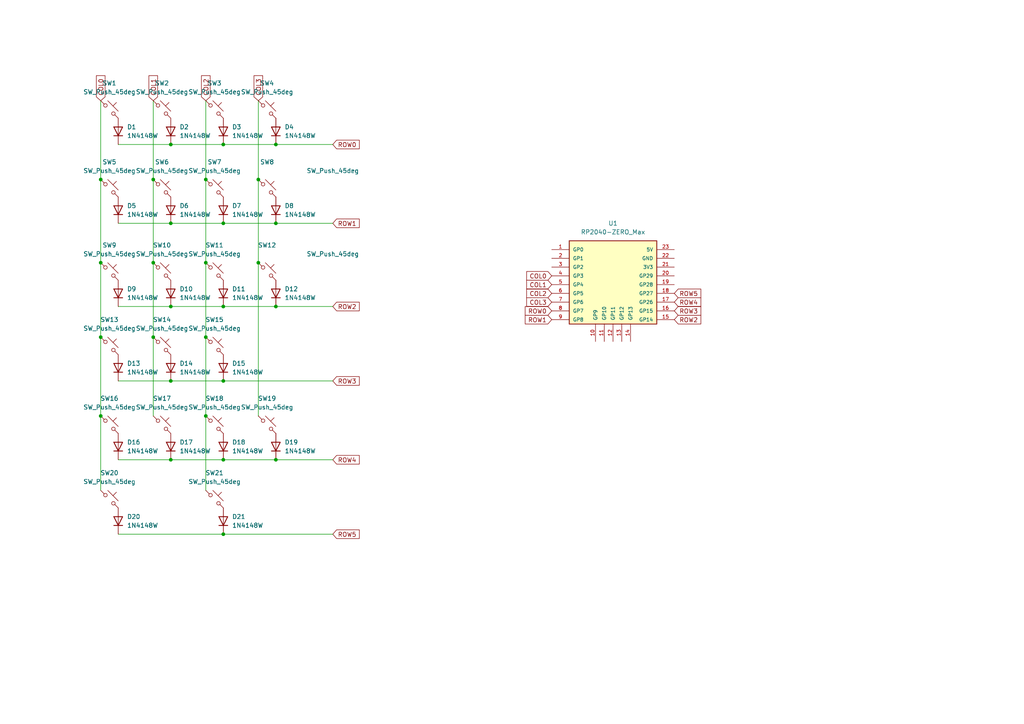
<source format=kicad_sch>
(kicad_sch (version 20231120) (generator "eeschema") (generator_version "8.0")
  (paper "A4")
  (lib_symbols
    (symbol "Diode:1N4148W" (pin_numbers hide) (pin_names hide)
      (property "Reference" "D" (at 0 2.54 0))
      (property "Value" "1N4148W" (at 0 -2.54 0))
      (symbol "1N4148W_0_1"
        (polyline (pts (xy -1.27 1.27) (xy -1.27 -1.27)) (stroke (width 0.254)))
        (polyline (pts (xy 1.27 0) (xy -1.27 0)))
        (polyline (pts (xy 1.27 1.27) (xy 1.27 -1.27) (xy -1.27 0) (xy 1.27 1.27)) (stroke (width 0.254)))
      )
      (symbol "1N4148W_1_1"
        (pin passive line (at -3.81 0 0) (length 2.54) (name "K") (number "1"))
        (pin passive line (at 3.81 0 180) (length 2.54) (name "A") (number "2"))
      )
    )
    (symbol "RP2040-ZERO:RP2040-ZERO_Max" (pin_names (offset 1.016))
      (property "Reference" "U" (at -12.7 21.082 0))
      (property "Value" "RP2040-ZERO_Max" (at -6.096 21.082 0))
      (symbol "RP2040-ZERO_Max_0_0"
        (rectangle (start -12.7 20.32) (end 12.7 -3.81) (stroke (width 0.254)) (fill (type background)))
        (pin bidirectional line (at 17.78 17.78 180) (length 5.08) (name "GP0") (number "1"))
        (pin bidirectional line (at 5.08 -8.89 90) (length 5.08) (name "GP9") (number "10"))
        (pin bidirectional line (at 2.54 -8.89 90) (length 5.08) (name "GP10") (number "11"))
        (pin bidirectional line (at 0 -8.89 90) (length 5.08) (name "GP11") (number "12"))
        (pin bidirectional line (at -2.54 -8.89 90) (length 5.08) (name "GP12") (number "13"))
        (pin bidirectional line (at -5.08 -8.89 90) (length 5.08) (name "GP13") (number "14"))
        (pin bidirectional line (at -17.78 -2.54 0) (length 5.08) (name "GP14") (number "15"))
        (pin bidirectional line (at -17.78 0 0) (length 5.08) (name "GP15") (number "16"))
        (pin bidirectional line (at -17.78 2.54 0) (length 5.08) (name "GP26") (number "17"))
        (pin bidirectional line (at -17.78 5.08 0) (length 5.08) (name "GP27") (number "18"))
        (pin bidirectional line (at -17.78 7.62 0) (length 5.08) (name "GP28") (number "19"))
        (pin bidirectional line (at 17.78 15.24 180) (length 5.08) (name "GP1") (number "2"))
        (pin bidirectional line (at -17.78 10.16 0) (length 5.08) (name "GP29") (number "20"))
        (pin power_in line (at -17.78 12.7 0) (length 5.08) (name "3V3") (number "21"))
        (pin power_in line (at -17.78 15.24 0) (length 5.08) (name "GND") (number "22"))
        (pin power_in line (at -17.78 17.78 0) (length 5.08) (name "5V") (number "23"))
        (pin bidirectional line (at 17.78 12.7 180) (length 5.08) (name "GP2") (number "3"))
        (pin bidirectional line (at 17.78 10.16 180) (length 5.08) (name "GP3") (number "4"))
        (pin bidirectional line (at 17.78 7.62 180) (length 5.08) (name "GP4") (number "5"))
        (pin bidirectional line (at 17.78 5.08 180) (length 5.08) (name "GP5") (number "6"))
        (pin bidirectional line (at 17.78 2.54 180) (length 5.08) (name "GP6") (number "7"))
        (pin bidirectional line (at 17.78 0 180) (length 5.08) (name "GP7") (number "8"))
        (pin bidirectional line (at 17.78 -2.54 180) (length 5.08) (name "GP8") (number "9"))
      )
    )
    (symbol "Switch:SW_Push_45deg" (pin_numbers hide) (pin_names (offset 1.016) hide)
      (property "Reference" "SW" (at 3.048 1.016 0))
      (property "Value" "SW_Push_45deg" (at 0 -3.81 0))
      (symbol "SW_Push_45deg_0_1"
        (circle (center -1.1684 1.1684) (radius 0.508))
        (polyline (pts (xy -0.508 2.54) (xy 2.54 -0.508)))
        (polyline (pts (xy 1.016 1.016) (xy 2.032 2.032)))
        (polyline (pts (xy -2.54 2.54) (xy -1.524 1.524) (xy -1.524 1.524)))
        (polyline (pts (xy 1.524 -1.524) (xy 2.54 -2.54) (xy 2.54 -2.54) (xy 2.54 -2.54)))
        (circle (center 1.143 -1.1938) (radius 0.508))
        (pin passive line (at -2.54 2.54 0) (length 0) (name "1") (number "1"))
        (pin passive line (at 2.54 -2.54 180) (length 0) (name "2") (number "2"))
      )
    )
  )
  (junction (at 49.53 133.35))
  (junction (at 74.93 76.2))
  (junction (at 29.21 76.2))
  (junction (at 44.45 52.07))
  (junction (at 74.93 52.07))
  (junction (at 59.69 120.65))
  (junction (at 80.01 133.35))
  (junction (at 44.45 76.2))
  (junction (at 64.77 64.77))
  (junction (at 44.45 97.79))
  (junction (at 29.21 97.79))
  (junction (at 29.21 120.65))
  (junction (at 64.77 133.35))
  (junction (at 80.01 88.9))
  (junction (at 80.01 64.77))
  (junction (at 64.77 154.94))
  (junction (at 64.77 88.9))
  (junction (at 59.69 52.07))
  (junction (at 59.69 97.79))
  (junction (at 49.53 41.91))
  (junction (at 64.77 110.49))
  (junction (at 29.21 52.07))
  (junction (at 49.53 110.49))
  (junction (at 80.01 41.91))
  (junction (at 49.53 88.9))
  (junction (at 64.77 41.91))
  (junction (at 59.69 76.2))
  (junction (at 49.53 64.77))
  (wire (pts (xy 64.77 41.91) (xy 80.01 41.91)))
  (wire (pts (xy 29.21 97.79) (xy 29.21 120.65)))
  (wire (pts (xy 74.93 52.07) (xy 74.93 76.2)))
  (wire (pts (xy 74.93 76.2) (xy 74.93 120.65)))
  (wire (pts (xy 80.01 88.9) (xy 96.52 88.9)))
  (wire (pts (xy 59.69 120.65) (xy 59.69 142.24)))
  (wire (pts (xy 59.69 76.2) (xy 59.69 97.79)))
  (wire (pts (xy 80.01 41.91) (xy 96.52 41.91)))
  (wire (pts (xy 34.29 41.91) (xy 49.53 41.91)))
  (wire (pts (xy 34.29 154.94) (xy 64.77 154.94)))
  (wire (pts (xy 34.29 110.49) (xy 49.53 110.49)))
  (wire (pts (xy 64.77 154.94) (xy 96.52 154.94)))
  (wire (pts (xy 64.77 133.35) (xy 80.01 133.35)))
  (wire (pts (xy 59.69 29.21) (xy 59.69 52.07)))
  (wire (pts (xy 64.77 64.77) (xy 80.01 64.77)))
  (wire (pts (xy 29.21 29.21) (xy 29.21 52.07)))
  (wire (pts (xy 34.29 133.35) (xy 49.53 133.35)))
  (wire (pts (xy 49.53 41.91) (xy 64.77 41.91)))
  (wire (pts (xy 44.45 76.2) (xy 44.45 97.79)))
  (wire (pts (xy 29.21 52.07) (xy 29.21 76.2)))
  (wire (pts (xy 49.53 133.35) (xy 64.77 133.35)))
  (wire (pts (xy 44.45 97.79) (xy 44.45 120.65)))
  (wire (pts (xy 64.77 110.49) (xy 96.52 110.49)))
  (wire (pts (xy 80.01 133.35) (xy 96.52 133.35)))
  (wire (pts (xy 59.69 97.79) (xy 59.69 120.65)))
  (wire (pts (xy 49.53 110.49) (xy 64.77 110.49)))
  (wire (pts (xy 49.53 88.9) (xy 64.77 88.9)))
  (wire (pts (xy 44.45 29.21) (xy 44.45 52.07)))
  (wire (pts (xy 44.45 52.07) (xy 44.45 76.2)))
  (wire (pts (xy 64.77 88.9) (xy 80.01 88.9)))
  (wire (pts (xy 29.21 120.65) (xy 29.21 142.24)))
  (wire (pts (xy 80.01 64.77) (xy 96.52 64.77)))
  (wire (pts (xy 29.21 76.2) (xy 29.21 97.79)))
  (wire (pts (xy 34.29 88.9) (xy 49.53 88.9)))
  (wire (pts (xy 34.29 64.77) (xy 49.53 64.77)))
  (wire (pts (xy 59.69 52.07) (xy 59.69 76.2)))
  (wire (pts (xy 74.93 29.21) (xy 74.93 52.07)))
  (wire (pts (xy 49.53 64.77) (xy 64.77 64.77)))
  (global_label "ROW4" (shape input) (at 96.52 133.35 0) (property "Intersheetrefs" "${INTERSHEET_REFS}" (effects (hide yes))))
  (global_label "COL3" (shape input) (at 160.02 87.63 180) (property "Intersheetrefs" "${INTERSHEET_REFS}" (effects (hide yes))))
  (global_label "COL0" (shape input) (at 160.02 80.01 180) (property "Intersheetrefs" "${INTERSHEET_REFS}" (effects (hide yes))))
  (global_label "COL3" (shape input) (at 74.93 29.21 90) (property "Intersheetrefs" "${INTERSHEET_REFS}" (effects (hide yes))))
  (global_label "ROW2" (shape input) (at 96.52 88.9 0) (property "Intersheetrefs" "${INTERSHEET_REFS}" (effects (hide yes))))
  (global_label "COL1" (shape input) (at 44.45 29.21 90) (property "Intersheetrefs" "${INTERSHEET_REFS}" (effects (hide yes))))
  (global_label "ROW2" (shape input) (at 195.58 92.71 0) (property "Intersheetrefs" "${INTERSHEET_REFS}" (effects (hide yes))))
  (global_label "ROW0" (shape input) (at 96.52 41.91 0) (property "Intersheetrefs" "${INTERSHEET_REFS}" (effects (hide yes))))
  (global_label "COL2" (shape input) (at 59.69 29.21 90) (property "Intersheetrefs" "${INTERSHEET_REFS}" (effects (hide yes))))
  (global_label "ROW4" (shape input) (at 195.58 87.63 0) (property "Intersheetrefs" "${INTERSHEET_REFS}" (effects (hide yes))))
  (global_label "ROW1" (shape input) (at 96.52 64.77 0) (property "Intersheetrefs" "${INTERSHEET_REFS}" (effects (hide yes))))
  (global_label "ROW5" (shape input) (at 96.52 154.94 0) (property "Intersheetrefs" "${INTERSHEET_REFS}" (effects (hide yes))))
  (global_label "ROW0" (shape input) (at 160.02 90.17 180) (property "Intersheetrefs" "${INTERSHEET_REFS}" (effects (hide yes))))
  (global_label "COL0" (shape input) (at 29.21 29.21 90) (property "Intersheetrefs" "${INTERSHEET_REFS}" (effects (hide yes))))
  (global_label "ROW3" (shape input) (at 96.52 110.49 0) (property "Intersheetrefs" "${INTERSHEET_REFS}" (effects (hide yes))))
  (global_label "ROW3" (shape input) (at 195.58 90.17 0) (property "Intersheetrefs" "${INTERSHEET_REFS}" (effects (hide yes))))
  (global_label "COL1" (shape input) (at 160.02 82.55 180) (property "Intersheetrefs" "${INTERSHEET_REFS}" (effects (hide yes))))
  (global_label "ROW5" (shape input) (at 195.58 85.09 0) (property "Intersheetrefs" "${INTERSHEET_REFS}" (effects (hide yes))))
  (global_label "ROW1" (shape input) (at 160.02 92.71 180) (property "Intersheetrefs" "${INTERSHEET_REFS}" (effects (hide yes))))
  (global_label "COL2" (shape input) (at 160.02 85.09 180) (property "Intersheetrefs" "${INTERSHEET_REFS}" (effects (hide yes))))
  (symbol (lib_id "Switch:SW_Push_45deg") (at 62.23 100.33 0) (unit 1)
    (property "Reference" "SW15" (at 62.23 92.71 0))
    (property "Value" "SW_Push_45deg" (at 62.23 95.25 0))
    (property "Footprint" "MX_Hotswap:MX-Hotswap-1U" (effects (hide yes)))
    (property "Description" "Push button switch, normally open, two pins, 45° tilted" (effects (hide yes)))
  )
  (symbol (lib_id "Diode:1N4148W") (at 49.53 38.1 90) (unit 1)
    (property "Reference" "D2" (at 52.07 36.8299 90) (effects (justify right)))
    (property "Value" "1N4148W" (at 52.07 39.3699 90) (effects (justify right)))
    (property "Footprint" "Diode_SMD:D_SOD-123" (effects (hide yes)))
    (property "Datasheet" "https://www.vishay.com/docs/85748/1n4148w.pdf" (effects (hide yes)))
    (property "Description" "75V 0.15A Fast Switching Diode, SOD-123" (effects (hide yes)))
    (property "Sim.Device" "D" (effects (hide yes)))
    (property "Sim.Pins" "1=K 2=A" (effects (hide yes)))
  )
  (symbol (lib_id "Switch:SW_Push_45deg") (at 46.99 54.61 0) (unit 1)
    (property "Reference" "SW6" (at 46.99 46.99 0))
    (property "Value" "SW_Push_45deg" (at 46.99 49.53 0))
    (property "Footprint" "MX_Hotswap:MX-Hotswap-1U" (effects (hide yes)))
    (property "Description" "Push button switch, normally open, two pins, 45° tilted" (effects (hide yes)))
  )
  (symbol (lib_id "Diode:1N4148W") (at 80.01 85.09 90) (unit 1)
    (property "Reference" "D12" (at 82.55 83.8199 90) (effects (justify right)))
    (property "Value" "1N4148W" (at 82.55 86.3599 90) (effects (justify right)))
    (property "Footprint" "Diode_SMD:D_SOD-123" (effects (hide yes)))
    (property "Datasheet" "https://www.vishay.com/docs/85748/1n4148w.pdf" (effects (hide yes)))
    (property "Description" "75V 0.15A Fast Switching Diode, SOD-123" (effects (hide yes)))
    (property "Sim.Device" "D" (effects (hide yes)))
    (property "Sim.Pins" "1=K 2=A" (effects (hide yes)))
  )
  (symbol (lib_id "Switch:SW_Push_45deg") (at 46.99 100.33 0) (unit 1)
    (property "Reference" "SW14" (at 46.99 92.71 0))
    (property "Value" "SW_Push_45deg" (at 46.99 95.25 0))
    (property "Footprint" "MX_Hotswap:MX-Hotswap-1U" (effects (hide yes)))
    (property "Description" "Push button switch, normally open, two pins, 45° tilted" (effects (hide yes)))
  )
  (symbol (lib_id "Switch:SW_Push_45deg") (at 62.23 144.78 0) (unit 1)
    (property "Reference" "SW21" (at 62.23 137.16 0))
    (property "Value" "SW_Push_45deg" (at 62.23 139.7 0))
    (property "Footprint" "MX_Hotswap:MX-Hotswap-1U" (effects (hide yes)))
    (property "Description" "Push button switch, normally open, two pins, 45° tilted" (effects (hide yes)))
  )
  (symbol (lib_id "Diode:1N4148W") (at 80.01 38.1 90) (unit 1)
    (property "Reference" "D4" (at 82.55 36.8299 90) (effects (justify right)))
    (property "Value" "1N4148W" (at 82.55 39.3699 90) (effects (justify right)))
    (property "Footprint" "Diode_SMD:D_SOD-123" (effects (hide yes)))
    (property "Datasheet" "https://www.vishay.com/docs/85748/1n4148w.pdf" (effects (hide yes)))
    (property "Description" "75V 0.15A Fast Switching Diode, SOD-123" (effects (hide yes)))
    (property "Sim.Device" "D" (effects (hide yes)))
    (property "Sim.Pins" "1=K 2=A" (effects (hide yes)))
  )
  (symbol (lib_id "Diode:1N4148W") (at 34.29 60.96 90) (unit 1)
    (property "Reference" "D5" (at 36.83 59.6899 90) (effects (justify right)))
    (property "Value" "1N4148W" (at 36.83 62.2299 90) (effects (justify right)))
    (property "Footprint" "Diode_SMD:D_SOD-123" (effects (hide yes)))
    (property "Datasheet" "https://www.vishay.com/docs/85748/1n4148w.pdf" (effects (hide yes)))
    (property "Description" "75V 0.15A Fast Switching Diode, SOD-123" (effects (hide yes)))
    (property "Sim.Device" "D" (effects (hide yes)))
    (property "Sim.Pins" "1=K 2=A" (effects (hide yes)))
  )
  (symbol (lib_id "Diode:1N4148W") (at 34.29 85.09 90) (unit 1)
    (property "Reference" "D9" (at 36.83 83.8199 90) (effects (justify right)))
    (property "Value" "1N4148W" (at 36.83 86.3599 90) (effects (justify right)))
    (property "Footprint" "Diode_SMD:D_SOD-123" (effects (hide yes)))
    (property "Datasheet" "https://www.vishay.com/docs/85748/1n4148w.pdf" (effects (hide yes)))
    (property "Description" "75V 0.15A Fast Switching Diode, SOD-123" (effects (hide yes)))
    (property "Sim.Device" "D" (effects (hide yes)))
    (property "Sim.Pins" "1=K 2=A" (effects (hide yes)))
  )
  (symbol (lib_id "Switch:SW_Push_45deg") (at 77.47 123.19 0) (unit 1)
    (property "Reference" "SW19" (at 77.47 115.57 0))
    (property "Value" "SW_Push_45deg" (at 77.47 118.11 0))
    (property "Footprint" "MX_Hotswap:MX-Hotswap-2U-ReversedStabilizers" (effects (hide yes)))
    (property "Description" "Push button switch, normally open, two pins, 45° tilted" (effects (hide yes)))
  )
  (symbol (lib_id "Diode:1N4148W") (at 34.29 129.54 90) (unit 1)
    (property "Reference" "D16" (at 36.83 128.2699 90) (effects (justify right)))
    (property "Value" "1N4148W" (at 36.83 130.8099 90) (effects (justify right)))
    (property "Footprint" "Diode_SMD:D_SOD-123" (effects (hide yes)))
    (property "Datasheet" "https://www.vishay.com/docs/85748/1n4148w.pdf" (effects (hide yes)))
    (property "Description" "75V 0.15A Fast Switching Diode, SOD-123" (effects (hide yes)))
    (property "Sim.Device" "D" (effects (hide yes)))
    (property "Sim.Pins" "1=K 2=A" (effects (hide yes)))
  )
  (symbol (lib_id "Switch:SW_Push_45deg") (at 31.75 78.74 0) (unit 1)
    (property "Reference" "SW9" (at 31.75 71.12 0))
    (property "Value" "SW_Push_45deg" (at 31.75 73.66 0))
    (property "Footprint" "MX_Hotswap:MX-Hotswap-1U" (effects (hide yes)))
    (property "Description" "Push button switch, normally open, two pins, 45° tilted" (effects (hide yes)))
  )
  (symbol (lib_id "Diode:1N4148W") (at 64.77 106.68 90) (unit 1)
    (property "Reference" "D15" (at 67.31 105.4099 90) (effects (justify right)))
    (property "Value" "1N4148W" (at 67.31 107.9499 90) (effects (justify right)))
    (property "Footprint" "Diode_SMD:D_SOD-123" (effects (hide yes)))
    (property "Datasheet" "https://www.vishay.com/docs/85748/1n4148w.pdf" (effects (hide yes)))
    (property "Description" "75V 0.15A Fast Switching Diode, SOD-123" (effects (hide yes)))
    (property "Sim.Device" "D" (effects (hide yes)))
    (property "Sim.Pins" "1=K 2=A" (effects (hide yes)))
  )
  (symbol (lib_id "Diode:1N4148W") (at 64.77 85.09 90) (unit 1)
    (property "Reference" "D11" (at 67.31 83.8199 90) (effects (justify right)))
    (property "Value" "1N4148W" (at 67.31 86.3599 90) (effects (justify right)))
    (property "Footprint" "Diode_SMD:D_SOD-123" (effects (hide yes)))
    (property "Datasheet" "https://www.vishay.com/docs/85748/1n4148w.pdf" (effects (hide yes)))
    (property "Description" "75V 0.15A Fast Switching Diode, SOD-123" (effects (hide yes)))
    (property "Sim.Device" "D" (effects (hide yes)))
    (property "Sim.Pins" "1=K 2=A" (effects (hide yes)))
  )
  (symbol (lib_id "Switch:SW_Push_45deg") (at 77.47 54.61 0) (unit 1)
    (property "Reference" "SW8" (at 77.47 46.99 0))
    (property "Value" "SW_Push_45deg" (at 96.52 49.53 0))
    (property "Footprint" "MX_Hotswap:MX-Hotswap-1U" (effects (hide yes)))
    (property "Description" "Push button switch, normally open, two pins, 45° tilted" (effects (hide yes)))
  )
  (symbol (lib_id "Diode:1N4148W") (at 64.77 38.1 90) (unit 1)
    (property "Reference" "D3" (at 67.31 36.8299 90) (effects (justify right)))
    (property "Value" "1N4148W" (at 67.31 39.3699 90) (effects (justify right)))
    (property "Footprint" "Diode_SMD:D_SOD-123" (effects (hide yes)))
    (property "Datasheet" "https://www.vishay.com/docs/85748/1n4148w.pdf" (effects (hide yes)))
    (property "Description" "75V 0.15A Fast Switching Diode, SOD-123" (effects (hide yes)))
    (property "Sim.Device" "D" (effects (hide yes)))
    (property "Sim.Pins" "1=K 2=A" (effects (hide yes)))
  )
  (symbol (lib_id "RP2040-ZERO:RP2040-ZERO_Max") (at 177.8 90.17 0) (mirror y) (unit 1)
    (property "Reference" "U1" (at 177.8 64.77 0))
    (property "Value" "RP2040-ZERO_Max" (at 177.8 67.31 0))
    (property "Footprint" "RP2040-ZERO:MODULE_RP2040-ZERO" (effects (hide yes)))
  )
  (symbol (lib_id "Switch:SW_Push_45deg") (at 31.75 54.61 0) (unit 1)
    (property "Reference" "SW5" (at 31.75 46.99 0))
    (property "Value" "SW_Push_45deg" (at 31.75 49.53 0))
    (property "Footprint" "MX_Hotswap:MX-Hotswap-1U" (effects (hide yes)))
    (property "Description" "Push button switch, normally open, two pins, 45° tilted" (effects (hide yes)))
  )
  (symbol (lib_id "Diode:1N4148W") (at 34.29 151.13 90) (unit 1)
    (property "Reference" "D20" (at 36.83 149.8599 90) (effects (justify right)))
    (property "Value" "1N4148W" (at 36.83 152.3999 90) (effects (justify right)))
    (property "Footprint" "Diode_SMD:D_SOD-123" (effects (hide yes)))
    (property "Datasheet" "https://www.vishay.com/docs/85748/1n4148w.pdf" (effects (hide yes)))
    (property "Description" "75V 0.15A Fast Switching Diode, SOD-123" (effects (hide yes)))
    (property "Sim.Device" "D" (effects (hide yes)))
    (property "Sim.Pins" "1=K 2=A" (effects (hide yes)))
  )
  (symbol (lib_id "Switch:SW_Push_45deg") (at 46.99 31.75 0) (unit 1)
    (property "Reference" "SW2" (at 46.99 24.13 0))
    (property "Value" "SW_Push_45deg" (at 46.99 26.67 0))
    (property "Footprint" "MX_Hotswap:MX-Hotswap-1U" (effects (hide yes)))
    (property "Description" "Push button switch, normally open, two pins, 45° tilted" (effects (hide yes)))
  )
  (symbol (lib_id "Diode:1N4148W") (at 64.77 60.96 90) (unit 1)
    (property "Reference" "D7" (at 67.31 59.6899 90) (effects (justify right)))
    (property "Value" "1N4148W" (at 67.31 62.2299 90) (effects (justify right)))
    (property "Footprint" "Diode_SMD:D_SOD-123" (effects (hide yes)))
    (property "Datasheet" "https://www.vishay.com/docs/85748/1n4148w.pdf" (effects (hide yes)))
    (property "Description" "75V 0.15A Fast Switching Diode, SOD-123" (effects (hide yes)))
    (property "Sim.Device" "D" (effects (hide yes)))
    (property "Sim.Pins" "1=K 2=A" (effects (hide yes)))
  )
  (symbol (lib_id "Diode:1N4148W") (at 49.53 129.54 90) (unit 1)
    (property "Reference" "D17" (at 52.07 128.2699 90) (effects (justify right)))
    (property "Value" "1N4148W" (at 52.07 130.8099 90) (effects (justify right)))
    (property "Footprint" "Diode_SMD:D_SOD-123" (effects (hide yes)))
    (property "Datasheet" "https://www.vishay.com/docs/85748/1n4148w.pdf" (effects (hide yes)))
    (property "Description" "75V 0.15A Fast Switching Diode, SOD-123" (effects (hide yes)))
    (property "Sim.Device" "D" (effects (hide yes)))
    (property "Sim.Pins" "1=K 2=A" (effects (hide yes)))
  )
  (symbol (lib_id "Diode:1N4148W") (at 34.29 106.68 90) (unit 1)
    (property "Reference" "D13" (at 36.83 105.4099 90) (effects (justify right)))
    (property "Value" "1N4148W" (at 36.83 107.9499 90) (effects (justify right)))
    (property "Footprint" "Diode_SMD:D_SOD-123" (effects (hide yes)))
    (property "Datasheet" "https://www.vishay.com/docs/85748/1n4148w.pdf" (effects (hide yes)))
    (property "Description" "75V 0.15A Fast Switching Diode, SOD-123" (effects (hide yes)))
    (property "Sim.Device" "D" (effects (hide yes)))
    (property "Sim.Pins" "1=K 2=A" (effects (hide yes)))
  )
  (symbol (lib_id "Diode:1N4148W") (at 49.53 106.68 90) (unit 1)
    (property "Reference" "D14" (at 52.07 105.4099 90) (effects (justify right)))
    (property "Value" "1N4148W" (at 52.07 107.9499 90) (effects (justify right)))
    (property "Footprint" "Diode_SMD:D_SOD-123" (effects (hide yes)))
    (property "Datasheet" "https://www.vishay.com/docs/85748/1n4148w.pdf" (effects (hide yes)))
    (property "Description" "75V 0.15A Fast Switching Diode, SOD-123" (effects (hide yes)))
    (property "Sim.Device" "D" (effects (hide yes)))
    (property "Sim.Pins" "1=K 2=A" (effects (hide yes)))
  )
  (symbol (lib_id "Diode:1N4148W") (at 49.53 85.09 90) (unit 1)
    (property "Reference" "D10" (at 52.07 83.8199 90) (effects (justify right)))
    (property "Value" "1N4148W" (at 52.07 86.3599 90) (effects (justify right)))
    (property "Footprint" "Diode_SMD:D_SOD-123" (effects (hide yes)))
    (property "Datasheet" "https://www.vishay.com/docs/85748/1n4148w.pdf" (effects (hide yes)))
    (property "Description" "75V 0.15A Fast Switching Diode, SOD-123" (effects (hide yes)))
    (property "Sim.Device" "D" (effects (hide yes)))
    (property "Sim.Pins" "1=K 2=A" (effects (hide yes)))
  )
  (symbol (lib_id "Diode:1N4148W") (at 34.29 38.1 90) (unit 1)
    (property "Reference" "D1" (at 36.83 36.8299 90) (effects (justify right)))
    (property "Value" "1N4148W" (at 36.83 39.3699 90) (effects (justify right)))
    (property "Footprint" "Diode_SMD:D_SOD-123" (effects (hide yes)))
    (property "Datasheet" "https://www.vishay.com/docs/85748/1n4148w.pdf" (effects (hide yes)))
    (property "Description" "75V 0.15A Fast Switching Diode, SOD-123" (effects (hide yes)))
    (property "Sim.Device" "D" (effects (hide yes)))
    (property "Sim.Pins" "1=K 2=A" (effects (hide yes)))
  )
  (symbol (lib_id "Switch:SW_Push_45deg") (at 31.75 123.19 0) (unit 1)
    (property "Reference" "SW16" (at 31.75 115.57 0))
    (property "Value" "SW_Push_45deg" (at 31.75 118.11 0))
    (property "Footprint" "MX_Hotswap:MX-Hotswap-1U" (effects (hide yes)))
    (property "Description" "Push button switch, normally open, two pins, 45° tilted" (effects (hide yes)))
  )
  (symbol (lib_id "Diode:1N4148W") (at 64.77 151.13 90) (unit 1)
    (property "Reference" "D21" (at 67.31 149.8599 90) (effects (justify right)))
    (property "Value" "1N4148W" (at 67.31 152.3999 90) (effects (justify right)))
    (property "Footprint" "Diode_SMD:D_SOD-123" (effects (hide yes)))
    (property "Datasheet" "https://www.vishay.com/docs/85748/1n4148w.pdf" (effects (hide yes)))
    (property "Description" "75V 0.15A Fast Switching Diode, SOD-123" (effects (hide yes)))
    (property "Sim.Device" "D" (effects (hide yes)))
    (property "Sim.Pins" "1=K 2=A" (effects (hide yes)))
  )
  (symbol (lib_id "Switch:SW_Push_45deg") (at 46.99 123.19 0) (unit 1)
    (property "Reference" "SW17" (at 46.99 115.57 0))
    (property "Value" "SW_Push_45deg" (at 46.99 118.11 0))
    (property "Footprint" "MX_Hotswap:MX-Hotswap-1U" (effects (hide yes)))
    (property "Description" "Push button switch, normally open, two pins, 45° tilted" (effects (hide yes)))
  )
  (symbol (lib_id "Switch:SW_Push_45deg") (at 62.23 54.61 0) (unit 1)
    (property "Reference" "SW7" (at 62.23 46.99 0))
    (property "Value" "SW_Push_45deg" (at 62.23 49.53 0))
    (property "Footprint" "MX_Hotswap:MX-Hotswap-1U" (effects (hide yes)))
    (property "Description" "Push button switch, normally open, two pins, 45° tilted" (effects (hide yes)))
  )
  (symbol (lib_id "Switch:SW_Push_45deg") (at 31.75 100.33 0) (unit 1)
    (property "Reference" "SW13" (at 31.75 92.71 0))
    (property "Value" "SW_Push_45deg" (at 31.75 95.25 0))
    (property "Footprint" "MX_Hotswap:MX-Hotswap-1U" (effects (hide yes)))
    (property "Description" "Push button switch, normally open, two pins, 45° tilted" (effects (hide yes)))
  )
  (symbol (lib_id "Switch:SW_Push_45deg") (at 77.47 78.74 0) (unit 1)
    (property "Reference" "SW12" (at 77.47 71.12 0))
    (property "Value" "SW_Push_45deg" (at 96.52 73.66 0))
    (property "Footprint" "MX_Hotswap:MX-Hotswap-2U-ReversedStabilizers" (effects (hide yes)))
    (property "Description" "Push button switch, normally open, two pins, 45° tilted" (effects (hide yes)))
  )
  (symbol (lib_id "Switch:SW_Push_45deg") (at 46.99 78.74 0) (unit 1)
    (property "Reference" "SW10" (at 46.99 71.12 0))
    (property "Value" "SW_Push_45deg" (at 46.99 73.66 0))
    (property "Footprint" "MX_Hotswap:MX-Hotswap-1U" (effects (hide yes)))
    (property "Description" "Push button switch, normally open, two pins, 45° tilted" (effects (hide yes)))
  )
  (symbol (lib_id "Diode:1N4148W") (at 49.53 60.96 90) (unit 1)
    (property "Reference" "D6" (at 52.07 59.6899 90) (effects (justify right)))
    (property "Value" "1N4148W" (at 52.07 62.2299 90) (effects (justify right)))
    (property "Footprint" "Diode_SMD:D_SOD-123" (effects (hide yes)))
    (property "Datasheet" "https://www.vishay.com/docs/85748/1n4148w.pdf" (effects (hide yes)))
    (property "Description" "75V 0.15A Fast Switching Diode, SOD-123" (effects (hide yes)))
    (property "Sim.Device" "D" (effects (hide yes)))
    (property "Sim.Pins" "1=K 2=A" (effects (hide yes)))
  )
  (symbol (lib_id "Diode:1N4148W") (at 80.01 60.96 90) (unit 1)
    (property "Reference" "D8" (at 82.55 59.6899 90) (effects (justify right)))
    (property "Value" "1N4148W" (at 82.55 62.2299 90) (effects (justify right)))
    (property "Footprint" "Diode_SMD:D_SOD-123" (effects (hide yes)))
    (property "Datasheet" "https://www.vishay.com/docs/85748/1n4148w.pdf" (effects (hide yes)))
    (property "Description" "75V 0.15A Fast Switching Diode, SOD-123" (effects (hide yes)))
    (property "Sim.Device" "D" (effects (hide yes)))
    (property "Sim.Pins" "1=K 2=A" (effects (hide yes)))
  )
  (symbol (lib_id "Diode:1N4148W") (at 80.01 129.54 90) (unit 1)
    (property "Reference" "D19" (at 82.55 128.2699 90) (effects (justify right)))
    (property "Value" "1N4148W" (at 82.55 130.8099 90) (effects (justify right)))
    (property "Footprint" "Diode_SMD:D_SOD-123" (effects (hide yes)))
    (property "Datasheet" "https://www.vishay.com/docs/85748/1n4148w.pdf" (effects (hide yes)))
    (property "Description" "75V 0.15A Fast Switching Diode, SOD-123" (effects (hide yes)))
    (property "Sim.Device" "D" (effects (hide yes)))
    (property "Sim.Pins" "1=K 2=A" (effects (hide yes)))
  )
  (symbol (lib_id "Switch:SW_Push_45deg") (at 31.75 144.78 0) (unit 1)
    (property "Reference" "SW20" (at 31.75 137.16 0))
    (property "Value" "SW_Push_45deg" (at 31.75 139.7 0))
    (property "Footprint" "MX_Hotswap:MX-Hotswap-2U-ReversedStabilizers" (effects (hide yes)))
    (property "Description" "Push button switch, normally open, two pins, 45° tilted" (effects (hide yes)))
  )
  (symbol (lib_id "Switch:SW_Push_45deg") (at 77.47 31.75 0) (unit 1)
    (property "Reference" "SW4" (at 77.47 24.13 0))
    (property "Value" "SW_Push_45deg" (at 77.47 26.67 0))
    (property "Footprint" "MX_Hotswap:MX-Hotswap-1U" (effects (hide yes)))
    (property "Description" "Push button switch, normally open, two pins, 45° tilted" (effects (hide yes)))
  )
  (symbol (lib_id "Switch:SW_Push_45deg") (at 31.75 31.75 0) (unit 1)
    (property "Reference" "SW1" (at 31.75 24.13 0))
    (property "Value" "SW_Push_45deg" (at 31.75 26.67 0))
    (property "Footprint" "MX_Hotswap:MX-Hotswap-1U" (effects (hide yes)))
    (property "Description" "Push button switch, normally open, two pins, 45° tilted" (effects (hide yes)))
  )
  (symbol (lib_id "Switch:SW_Push_45deg") (at 62.23 78.74 0) (unit 1)
    (property "Reference" "SW11" (at 62.23 71.12 0))
    (property "Value" "SW_Push_45deg" (at 62.23 73.66 0))
    (property "Footprint" "MX_Hotswap:MX-Hotswap-1U" (effects (hide yes)))
    (property "Description" "Push button switch, normally open, two pins, 45° tilted" (effects (hide yes)))
  )
  (symbol (lib_id "Switch:SW_Push_45deg") (at 62.23 31.75 0) (unit 1)
    (property "Reference" "SW3" (at 62.23 24.13 0))
    (property "Value" "SW_Push_45deg" (at 62.23 26.67 0))
    (property "Footprint" "MX_Hotswap:MX-Hotswap-1U" (effects (hide yes)))
    (property "Description" "Push button switch, normally open, two pins, 45° tilted" (effects (hide yes)))
  )
  (symbol (lib_id "Switch:SW_Push_45deg") (at 62.23 123.19 0) (unit 1)
    (property "Reference" "SW18" (at 62.23 115.57 0))
    (property "Value" "SW_Push_45deg" (at 62.23 118.11 0))
    (property "Footprint" "MX_Hotswap:MX-Hotswap-1U" (effects (hide yes)))
    (property "Description" "Push button switch, normally open, two pins, 45° tilted" (effects (hide yes)))
  )
  (symbol (lib_id "Diode:1N4148W") (at 64.77 129.54 90) (unit 1)
    (property "Reference" "D18" (at 67.31 128.2699 90) (effects (justify right)))
    (property "Value" "1N4148W" (at 67.31 130.8099 90) (effects (justify right)))
    (property "Footprint" "Diode_SMD:D_SOD-123" (effects (hide yes)))
    (property "Datasheet" "https://www.vishay.com/docs/85748/1n4148w.pdf" (effects (hide yes)))
    (property "Description" "75V 0.15A Fast Switching Diode, SOD-123" (effects (hide yes)))
    (property "Sim.Device" "D" (effects (hide yes)))
    (property "Sim.Pins" "1=K 2=A" (effects (hide yes)))
  )
)
</source>
